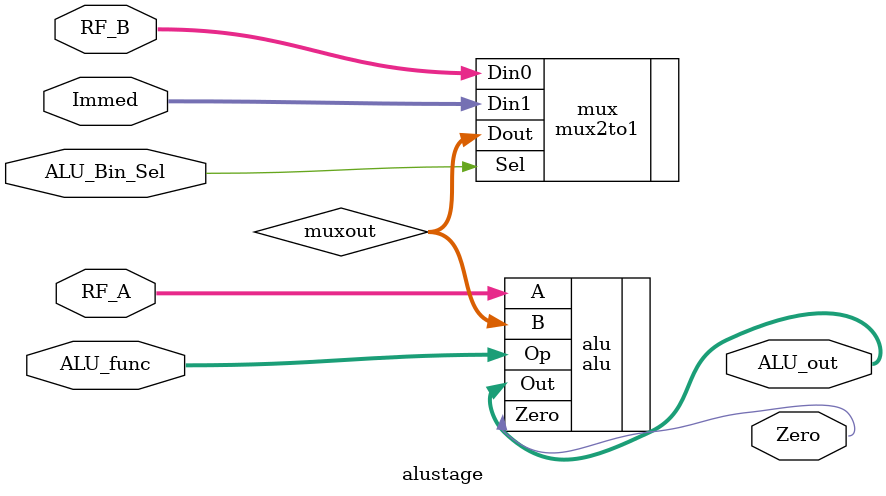
<source format=v>
`timescale 1ns / 1ps
module alustage(
    input [31:0] RF_A,
    input [31:0] RF_B,
    input [31:0] Immed,
    input ALU_Bin_Sel,
    input [3:0] ALU_func,
    output [31:0] ALU_out,
	 output Zero
    );

	wire [31:0] muxout;
	mux2to1 mux (.Din0(RF_B),.Din1(Immed),.Sel(ALU_Bin_Sel),.Dout(muxout));
	alu alu(.A(RF_A),.B(muxout),.Op(ALU_func),.Out(ALU_out),.Zero(Zero));

endmodule

</source>
